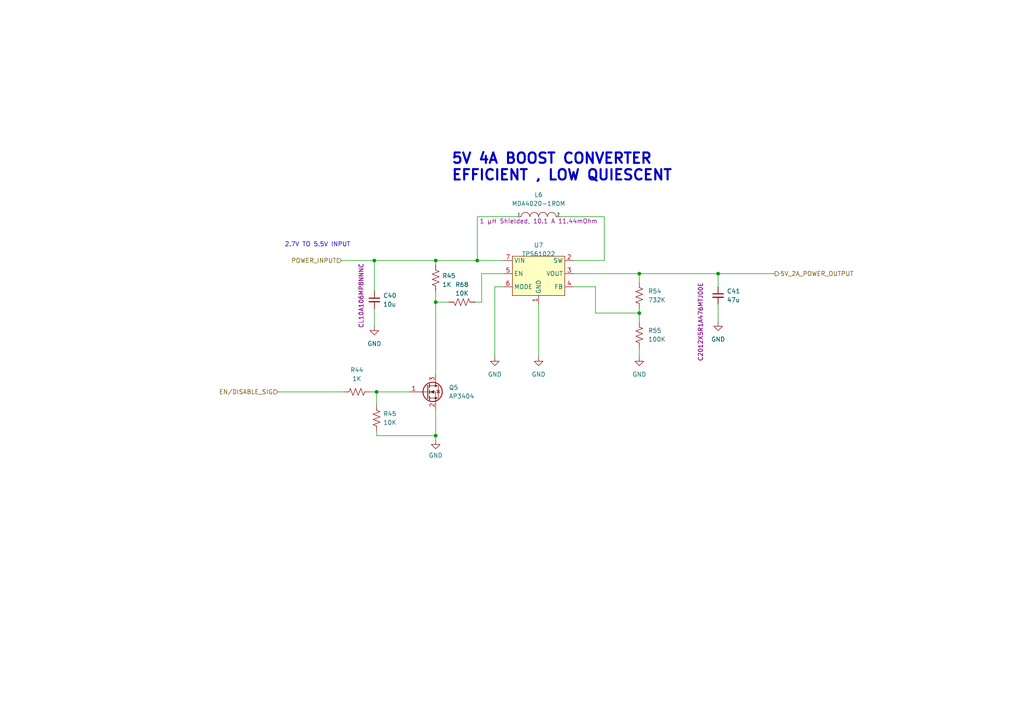
<source format=kicad_sch>
(kicad_sch (version 20230121) (generator eeschema)
  (paper "A4")
  (lib_symbols
    (symbol "Device:C_Small" (pin_numbers hide) (pin_names (offset 0.254) hide)
      (property "Reference" "C" (at 0.254 1.778 0))
      (property "Value" "C_Small" (at 0.254 -2.032 0))
      (symbol "C_Small_0_1"
        (polyline (pts (xy -1.524 -0.508) (xy 1.524 -0.508)) (stroke (width 0.3302)))
        (polyline (pts (xy -1.524 0.508) (xy 1.524 0.508)) (stroke (width 0.3048)))
      )
      (symbol "C_Small_1_1"
        (pin passive line (at 0 2.54 270) (length 2.032) (name "~") (number "1"))
        (pin passive line (at 0 -2.54 90) (length 2.032) (name "~") (number "2"))
      )
    )
    (symbol "Device:Q_NMOS_GSD" (pin_names (offset 0) hide)
      (property "Reference" "Q" (at 5.08 1.27 0))
      (property "Value" "Q_NMOS_GSD" (at 5.08 -1.27 0))
      (symbol "Q_NMOS_GSD_0_1"
        (polyline (pts (xy 0.254 0) (xy -2.54 0)))
        (polyline (pts (xy 0.254 1.905) (xy 0.254 -1.905)) (stroke (width 0.254)))
        (polyline (pts (xy 0.762 -1.27) (xy 0.762 -2.286)) (stroke (width 0.254)))
        (polyline (pts (xy 0.762 0.508) (xy 0.762 -0.508)) (stroke (width 0.254)))
        (polyline (pts (xy 0.762 2.286) (xy 0.762 1.27)) (stroke (width 0.254)))
        (polyline (pts (xy 2.54 2.54) (xy 2.54 1.778)))
        (polyline (pts (xy 2.54 -2.54) (xy 2.54 0) (xy 0.762 0)))
        (polyline (pts (xy 0.762 -1.778) (xy 3.302 -1.778) (xy 3.302 1.778) (xy 0.762 1.778)))
        (polyline (pts (xy 1.016 0) (xy 2.032 0.381) (xy 2.032 -0.381) (xy 1.016 0)) (fill (type outline)))
        (polyline (pts (xy 2.794 0.508) (xy 2.921 0.381) (xy 3.683 0.381) (xy 3.81 0.254)))
        (polyline (pts (xy 3.302 0.381) (xy 2.921 -0.254) (xy 3.683 -0.254) (xy 3.302 0.381)))
        (circle (center 1.651 0) (radius 2.794) (stroke (width 0.254)))
        (circle (center 2.54 -1.778) (radius 0.254) (fill (type outline)))
        (circle (center 2.54 1.778) (radius 0.254) (fill (type outline)))
      )
      (symbol "Q_NMOS_GSD_1_1"
        (pin input line (at -5.08 0 0) (length 2.54) (name "G") (number "1"))
        (pin passive line (at 2.54 -5.08 90) (length 2.54) (name "S") (number "2"))
        (pin passive line (at 2.54 5.08 270) (length 2.54) (name "D") (number "3"))
      )
    )
    (symbol "Device:R_US" (pin_numbers hide) (pin_names (offset 0))
      (property "Reference" "R" (at 2.54 0 90))
      (property "Value" "R_US" (at -2.54 0 90))
      (symbol "R_US_0_1"
        (polyline (pts (xy 0 -2.286) (xy 0 -2.54)))
        (polyline (pts (xy 0 2.286) (xy 0 2.54)))
        (polyline (pts (xy 0 -0.762) (xy 1.016 -1.143) (xy 0 -1.524) (xy -1.016 -1.905) (xy 0 -2.286)))
        (polyline (pts (xy 0 0.762) (xy 1.016 0.381) (xy 0 0) (xy -1.016 -0.381) (xy 0 -0.762)))
        (polyline (pts (xy 0 2.286) (xy 1.016 1.905) (xy 0 1.524) (xy -1.016 1.143) (xy 0 0.762)))
      )
      (symbol "R_US_1_1"
        (pin passive line (at 0 3.81 270) (length 1.27) (name "~") (number "1"))
        (pin passive line (at 0 -3.81 90) (length 1.27) (name "~") (number "2"))
      )
    )
    (symbol "GCL_Integrated-Circuits:TPS61022"
      (property "Reference" "U" (at 7.62 3.81 0))
      (property "Value" "TPS61022" (at 7.62 1.27 0))
      (symbol "TPS61022_0_0"
        (pin power_in line (at 7.62 -13.97 90) (length 2.54) (name "GND") (number "1"))
        (pin passive line (at 17.78 -1.27 180) (length 2.54) (name "SW") (number "2"))
        (pin passive line (at 17.78 -5.08 180) (length 2.54) (name "VOUT") (number "3"))
        (pin passive line (at 17.78 -8.89 180) (length 2.54) (name "FB") (number "4"))
        (pin passive line (at -2.54 -5.08 0) (length 2.54) (name "EN") (number "5"))
        (pin passive line (at -2.54 -8.89 0) (length 2.54) (name "MODE") (number "6"))
        (pin power_in line (at -2.54 -1.27 0) (length 2.54) (name "VIN") (number "7"))
      )
      (symbol "TPS61022_0_1"
        (rectangle (start 0 0) (end 15.24 -11.43) (fill (type background)))
      )
    )
    (symbol "power:GND" (power) (pin_names (offset 0))
      (property "Value" "GND" (at 0 -3.81 0))
      (symbol "GND_0_1"
        (polyline (pts (xy 0 0) (xy 0 -1.27) (xy 1.27 -1.27) (xy 0 -2.54) (xy -1.27 -1.27) (xy 0 -1.27)))
      )
      (symbol "GND_1_1"
        (pin power_in line (at 0 0 270) (length 0) hide (name "GND") (number "1"))
      )
    )
    (symbol "pspice:INDUCTOR" (pin_numbers hide) (pin_names (offset 0))
      (property "Reference" "L" (at 0 2.54 0))
      (property "Value" "INDUCTOR" (at 0 -1.27 0))
      (symbol "INDUCTOR_0_1"
        (arc (start -2.54 0) (mid -3.81 1.2645) (end -5.08 0))
        (arc (start 0 0) (mid -1.27 1.2645) (end -2.54 0))
        (arc (start 2.54 0) (mid 1.27 1.2645) (end 0 0))
        (arc (start 5.08 0) (mid 3.81 1.2645) (end 2.54 0))
      )
      (symbol "INDUCTOR_1_1"
        (pin input line (at -6.35 0 0) (length 1.27) (name "1") (number "1"))
        (pin input line (at 6.35 0 180) (length 1.27) (name "2") (number "2"))
      )
    )
  )
  (junction (at 208.28 79.375))
  (junction (at 185.42 79.375))
  (junction (at 126.365 75.565))
  (junction (at 109.22 113.665))
  (junction (at 126.365 126.365))
  (junction (at 126.365 87.63))
  (junction (at 138.43 75.565))
  (junction (at 108.585 75.565))
  (junction (at 185.42 90.805))
  (wire (pts (xy 185.42 90.805) (xy 185.42 93.345)))
  (wire (pts (xy 185.42 100.965) (xy 185.42 103.505)))
  (wire (pts (xy 80.645 113.665) (xy 99.695 113.665)))
  (wire (pts (xy 185.42 90.805) (xy 172.72 90.805)))
  (wire (pts (xy 138.43 62.865) (xy 138.43 75.565)))
  (wire (pts (xy 139.7 79.375) (xy 146.05 79.375)))
  (wire (pts (xy 109.22 113.665) (xy 109.22 117.475)))
  (wire (pts (xy 109.22 113.665) (xy 118.745 113.665)))
  (wire (pts (xy 149.86 62.865) (xy 138.43 62.865)))
  (wire (pts (xy 146.05 83.185) (xy 143.51 83.185)))
  (wire (pts (xy 175.26 62.865) (xy 162.56 62.865)))
  (wire (pts (xy 99.06 75.565) (xy 108.585 75.565)))
  (wire (pts (xy 126.365 84.455) (xy 126.365 87.63)))
  (wire (pts (xy 126.365 87.63) (xy 126.365 108.585)))
  (wire (pts (xy 108.585 89.535) (xy 108.585 94.615)))
  (wire (pts (xy 175.26 75.565) (xy 175.26 62.865)))
  (wire (pts (xy 172.72 83.185) (xy 166.37 83.185)))
  (wire (pts (xy 208.28 79.375) (xy 208.28 83.185)))
  (wire (pts (xy 185.42 89.535) (xy 185.42 90.805)))
  (wire (pts (xy 166.37 75.565) (xy 175.26 75.565)))
  (wire (pts (xy 139.7 87.63) (xy 139.7 79.375)))
  (wire (pts (xy 146.05 75.565) (xy 138.43 75.565)))
  (wire (pts (xy 109.22 125.095) (xy 109.22 126.365)))
  (wire (pts (xy 172.72 90.805) (xy 172.72 83.185)))
  (wire (pts (xy 208.28 79.375) (xy 224.79 79.375)))
  (wire (pts (xy 107.315 113.665) (xy 109.22 113.665)))
  (wire (pts (xy 143.51 83.185) (xy 143.51 103.505)))
  (wire (pts (xy 126.365 87.63) (xy 130.175 87.63)))
  (wire (pts (xy 156.21 103.505) (xy 156.21 88.265)))
  (wire (pts (xy 108.585 75.565) (xy 108.585 84.455)))
  (wire (pts (xy 126.365 118.745) (xy 126.365 126.365)))
  (wire (pts (xy 126.365 75.565) (xy 138.43 75.565)))
  (wire (pts (xy 126.365 126.365) (xy 126.365 127.635)))
  (wire (pts (xy 137.795 87.63) (xy 139.7 87.63)))
  (wire (pts (xy 208.28 88.265) (xy 208.28 93.345)))
  (wire (pts (xy 126.365 75.565) (xy 126.365 76.835)))
  (wire (pts (xy 185.42 79.375) (xy 185.42 81.915)))
  (wire (pts (xy 109.22 126.365) (xy 126.365 126.365)))
  (wire (pts (xy 185.42 79.375) (xy 208.28 79.375)))
  (wire (pts (xy 166.37 79.375) (xy 185.42 79.375)))
  (wire (pts (xy 108.585 75.565) (xy 126.365 75.565)))
  (text "2.7V TO 5.5V INPUT" (at 82.55 71.755 0) (effects (font (size 1.27 1.27)) (justify left bottom)))
  (text "5V 4A BOOST CONVERTER\nEFFICIENT , LOW QUIESCENT" (at 130.81 52.705 0) (effects (font (size 3 3) (thickness 0.6) bold) (justify left bottom)))
  (hierarchical_label "POWER_INPUT" (shape input) (at 99.06 75.565 180))
  (hierarchical_label "EN{slash}DISABLE_SIG" (shape input) (at 80.645 113.665 180))
  (hierarchical_label "5V_2A_POWER_OUTPUT" (shape output) (at 224.79 79.375 0))
  (symbol (lib_id "Device:R_US") (at 185.42 97.155 0) (unit 1)
    (property "Reference" "R55" (at 187.96 95.8849 0) (effects (justify left)))
    (property "Value" "100K" (at 187.96 98.4249 0) (effects (justify left)))
    (property "Footprint" "Resistor_SMD:R_0402_1005Metric" (effects hide))
    (instances (project "" (path "" (reference "R55") (unit 1))) (project "RpiPico_Agriboard" (path "" (reference "R39") (unit 1))))
  )
  (symbol (lib_id "power:GND") (at 143.51 103.505 0) (unit 1)
    (property "Reference" "#PWR071" (effects hide))
    (property "Value" "GND" (at 143.51 108.585 0))
    (instances (project "" (path "" (reference "#PWR071") (unit 1))) (project "RpiPico_Agriboard" (path "" (reference "#PWR0143") (unit 1))))
  )
  (symbol (lib_id "power:GND") (at 108.585 94.615 0) (unit 1)
    (property "Reference" "#PWR070" (effects hide))
    (property "Value" "GND" (at 108.585 99.695 0))
    (instances (project "" (path "" (reference "#PWR070") (unit 1))) (project "RpiPico_Agriboard" (path "" (reference "#PWR0140") (unit 1))))
  )
  (symbol (lib_id "power:GND") (at 208.28 93.345 0) (unit 1)
    (property "Reference" "#PWR074" (effects hide))
    (property "Value" "GND" (at 208.28 98.425 0))
    (instances (project "" (path "" (reference "#PWR074") (unit 1))) (project "RpiPico_Agriboard" (path "" (reference "#PWR096") (unit 1))))
  )
  (symbol (lib_id "power:GND") (at 126.365 127.635 0) (unit 1)
    (property "Reference" "#PWR0129" (effects hide))
    (property "Value" "GND" (at 126.365 132.08 0))
    (instances (project "RpiPico_Agriboard" (path "" (reference "#PWR0129") (unit 1)) (path "" (reference "#PWR0111") (unit 1)) (path "" (reference "#PWR0131") (unit 1)) (path "" (reference "#PWR0156") (unit 1))))
  )
  (symbol (lib_id "Device:R_US") (at 185.42 85.725 0) (unit 1)
    (property "Reference" "R54" (at 187.96 84.4549 0) (effects (justify left)))
    (property "Value" "732K" (at 187.96 86.9949 0) (effects (justify left)))
    (property "Footprint" "Resistor_SMD:R_0402_1005Metric" (effects hide))
    (instances (project "" (path "" (reference "R54") (unit 1))) (project "RpiPico_Agriboard" (path "" (reference "R37") (unit 1))))
  )
  (symbol (lib_id "Device:C_Small") (at 208.28 85.725 0) (unit 1)
    (property "Reference" "C41" (at 210.82 84.4612 0) (effects (justify left)))
    (property "Value" "47u" (at 210.82 87.0012 0) (effects (justify left)))
    (property "Footprint" "Capacitor_SMD:C_0805_2012Metric" (effects hide))
    (property "MPN" "C2012X5R1A476MTJ00E" (at 203.2 93.345 90))
    (instances (project "" (path "" (reference "C41") (unit 1))) (project "RpiPico_Agriboard" (path "" (reference "C40") (unit 1))))
  )
  (symbol (lib_id "power:GND") (at 156.21 103.505 0) (unit 1)
    (property "Reference" "#PWR072" (effects hide))
    (property "Value" "GND" (at 156.21 108.585 0))
    (instances (project "" (path "" (reference "#PWR072") (unit 1))) (project "RpiPico_Agriboard" (path "" (reference "#PWR0154") (unit 1))))
  )
  (symbol (lib_id "Device:R_US") (at 109.22 121.285 0) (unit 1)
    (property "Reference" "R45" (at 111.125 120.0149 0) (effects (justify left)))
    (property "Value" "10K" (at 111.125 122.5549 0) (effects (justify left)))
    (property "Footprint" "Resistor_SMD:R_0402_1005Metric" (effects hide))
    (instances (project "RpiPico_Agriboard" (path "" (reference "R45") (unit 1)) (path "" (reference "R32") (unit 1)) (path "" (reference "R49") (unit 1)) (path "" (reference "R41") (unit 1))))
  )
  (symbol (lib_id "Device:C_Small") (at 108.585 86.995 0) (unit 1)
    (property "Reference" "C40" (at 111.125 85.7312 0) (effects (justify left)))
    (property "Value" "10u" (at 111.125 88.2712 0) (effects (justify left)))
    (property "Footprint" "Capacitor_SMD:C_0603_1608Metric" (effects hide))
    (property "MPN" "CL10A106MP8NNNC" (at 104.775 85.725 90))
    (instances (project "" (path "" (reference "C40") (unit 1))) (project "RpiPico_Agriboard" (path "" (reference "C41") (unit 1))))
  )
  (symbol (lib_id "pspice:INDUCTOR") (at 156.21 62.865 0) (unit 1)
    (property "Reference" "L6" (at 156.21 56.515 0))
    (property "Value" "MDA4020-1R0M" (at 156.21 59.055 0))
    (property "Footprint" "greencharge-footprints:MDA4020-XXXX" (effects hide))
    (property "DESCRIPTION" "1 µH Shielded, 10.1 A 11.44mOhm" (at 156.21 64.135 0))
    (instances (project "" (path "" (reference "L6") (unit 1))) (project "RpiPico_Agriboard" (path "" (reference "L3") (unit 1))))
  )
  (symbol (lib_id "Device:R_US") (at 126.365 80.645 0) (unit 1)
    (property "Reference" "R45" (at 128.27 80.01 0) (effects (justify left)))
    (property "Value" "1K" (at 128.27 82.55 0) (effects (justify left)))
    (property "Footprint" "Resistor_SMD:R_0402_1005Metric" (effects hide))
    (instances (project "RpiPico_Agriboard" (path "" (reference "R45") (unit 1)) (path "" (reference "R32") (unit 1)) (path "" (reference "R49") (unit 1)) (path "" (reference "R36") (unit 1))))
  )
  (symbol (lib_id "Device:R_US") (at 133.985 87.63 90) (mirror x) (unit 1)
    (property "Reference" "R68" (at 133.985 82.55 90))
    (property "Value" "10K" (at 133.985 85.09 90))
    (property "Footprint" "Resistor_SMD:R_0402_1005Metric" (effects hide))
    (instances (project "" (path "" (reference "R68") (unit 1))) (project "RpiPico_Agriboard" (path "" (reference "R38") (unit 1))))
  )
  (symbol (lib_id "power:GND") (at 185.42 103.505 0) (unit 1)
    (property "Reference" "#PWR073" (effects hide))
    (property "Value" "GND" (at 185.42 108.585 0))
    (instances (project "" (path "" (reference "#PWR073") (unit 1))) (project "RpiPico_Agriboard" (path "" (reference "#PWR0155") (unit 1))))
  )
  (symbol (lib_id "GCL_Integrated-Circuits:TPS61022") (at 148.59 74.295 0) (unit 1)
    (property "Reference" "U7" (at 156.21 71.12 0))
    (property "Value" "TPS61022" (at 156.21 73.66 0))
    (property "Footprint" "greencharge-footprints:CONV_TPS61022RWUR" (effects hide))
    (instances (project "" (path "" (reference "U7") (unit 1))) (project "RpiPico_Agriboard" (path "" (reference "U12") (unit 1))))
  )
  (symbol (lib_id "Device:Q_NMOS_GSD") (at 123.825 113.665 0) (unit 1)
    (property "Reference" "Q5" (at 130.175 112.3949 0) (effects (justify left)))
    (property "Value" "AP3404" (at 130.175 114.9349 0) (effects (justify left)))
    (property "Footprint" "Package_TO_SOT_SMD:SOT-23" (effects hide))
    (instances (project "RpiPico_Agriboard" (path "" (reference "Q5") (unit 1)) (path "" (reference "Q2") (unit 1)) (path "" (reference "Q7") (unit 1)) (path "" (reference "Q3") (unit 1))))
  )
  (symbol (lib_id "Device:R_US") (at 103.505 113.665 90) (unit 1)
    (property "Reference" "R44" (at 103.505 107.315 90))
    (property "Value" "1K" (at 103.505 109.855 90))
    (property "Footprint" "Resistor_SMD:R_0402_1005Metric" (effects hide))
    (instances (project "RpiPico_Agriboard" (path "" (reference "R44") (unit 1)) (path "" (reference "R31") (unit 1)) (path "" (reference "R48") (unit 1)) (path "" (reference "R40") (unit 1))))
  )
)
</source>
